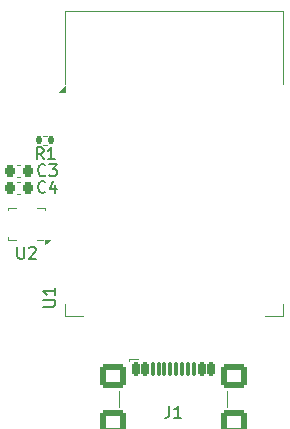
<source format=gbr>
%TF.GenerationSoftware,KiCad,Pcbnew,8.0.8-8.0.8-0~ubuntu24.04.1*%
%TF.CreationDate,2025-07-30T22:16:22-04:00*%
%TF.ProjectId,electronics,656c6563-7472-46f6-9e69-63732e6b6963,rev?*%
%TF.SameCoordinates,Original*%
%TF.FileFunction,Legend,Top*%
%TF.FilePolarity,Positive*%
%FSLAX46Y46*%
G04 Gerber Fmt 4.6, Leading zero omitted, Abs format (unit mm)*
G04 Created by KiCad (PCBNEW 8.0.8-8.0.8-0~ubuntu24.04.1) date 2025-07-30 22:16:22*
%MOMM*%
%LPD*%
G01*
G04 APERTURE LIST*
G04 Aperture macros list*
%AMRoundRect*
0 Rectangle with rounded corners*
0 $1 Rounding radius*
0 $2 $3 $4 $5 $6 $7 $8 $9 X,Y pos of 4 corners*
0 Add a 4 corners polygon primitive as box body*
4,1,4,$2,$3,$4,$5,$6,$7,$8,$9,$2,$3,0*
0 Add four circle primitives for the rounded corners*
1,1,$1+$1,$2,$3*
1,1,$1+$1,$4,$5*
1,1,$1+$1,$6,$7*
1,1,$1+$1,$8,$9*
0 Add four rect primitives between the rounded corners*
20,1,$1+$1,$2,$3,$4,$5,0*
20,1,$1+$1,$4,$5,$6,$7,0*
20,1,$1+$1,$6,$7,$8,$9,0*
20,1,$1+$1,$8,$9,$2,$3,0*%
G04 Aperture macros list end*
%ADD10C,0.150000*%
%ADD11C,0.100000*%
%ADD12C,0.120000*%
%ADD13R,0.675000X0.250000*%
%ADD14R,0.250000X0.675000*%
%ADD15RoundRect,0.225000X0.225000X0.250000X-0.225000X0.250000X-0.225000X-0.250000X0.225000X-0.250000X0*%
%ADD16RoundRect,0.135000X-0.135000X-0.185000X0.135000X-0.185000X0.135000X0.185000X-0.135000X0.185000X0*%
%ADD17C,0.650000*%
%ADD18RoundRect,0.150000X-0.150000X-0.425000X0.150000X-0.425000X0.150000X0.425000X-0.150000X0.425000X0*%
%ADD19RoundRect,0.075000X-0.075000X-0.500000X0.075000X-0.500000X0.075000X0.500000X-0.075000X0.500000X0*%
%ADD20RoundRect,0.250000X-0.840000X-0.750000X0.840000X-0.750000X0.840000X0.750000X-0.840000X0.750000X0*%
%ADD21R,1.500000X0.900000*%
%ADD22R,0.900000X1.500000*%
%ADD23C,0.600000*%
%ADD24R,3.900000X3.900000*%
%ADD25RoundRect,0.225000X-0.225000X-0.250000X0.225000X-0.250000X0.225000X0.250000X-0.225000X0.250000X0*%
%ADD26RoundRect,0.250000X0.625000X-0.350000X0.625000X0.350000X-0.625000X0.350000X-0.625000X-0.350000X0*%
%ADD27O,1.750000X1.200000*%
G04 APERTURE END LIST*
D10*
X129768095Y-91677319D02*
X129768095Y-92486842D01*
X129768095Y-92486842D02*
X129815714Y-92582080D01*
X129815714Y-92582080D02*
X129863333Y-92629700D01*
X129863333Y-92629700D02*
X129958571Y-92677319D01*
X129958571Y-92677319D02*
X130149047Y-92677319D01*
X130149047Y-92677319D02*
X130244285Y-92629700D01*
X130244285Y-92629700D02*
X130291904Y-92582080D01*
X130291904Y-92582080D02*
X130339523Y-92486842D01*
X130339523Y-92486842D02*
X130339523Y-91677319D01*
X130768095Y-91772557D02*
X130815714Y-91724938D01*
X130815714Y-91724938D02*
X130910952Y-91677319D01*
X130910952Y-91677319D02*
X131149047Y-91677319D01*
X131149047Y-91677319D02*
X131244285Y-91724938D01*
X131244285Y-91724938D02*
X131291904Y-91772557D01*
X131291904Y-91772557D02*
X131339523Y-91867795D01*
X131339523Y-91867795D02*
X131339523Y-91963033D01*
X131339523Y-91963033D02*
X131291904Y-92105890D01*
X131291904Y-92105890D02*
X130720476Y-92677319D01*
X130720476Y-92677319D02*
X131339523Y-92677319D01*
X132133333Y-87019580D02*
X132085714Y-87067200D01*
X132085714Y-87067200D02*
X131942857Y-87114819D01*
X131942857Y-87114819D02*
X131847619Y-87114819D01*
X131847619Y-87114819D02*
X131704762Y-87067200D01*
X131704762Y-87067200D02*
X131609524Y-86971961D01*
X131609524Y-86971961D02*
X131561905Y-86876723D01*
X131561905Y-86876723D02*
X131514286Y-86686247D01*
X131514286Y-86686247D02*
X131514286Y-86543390D01*
X131514286Y-86543390D02*
X131561905Y-86352914D01*
X131561905Y-86352914D02*
X131609524Y-86257676D01*
X131609524Y-86257676D02*
X131704762Y-86162438D01*
X131704762Y-86162438D02*
X131847619Y-86114819D01*
X131847619Y-86114819D02*
X131942857Y-86114819D01*
X131942857Y-86114819D02*
X132085714Y-86162438D01*
X132085714Y-86162438D02*
X132133333Y-86210057D01*
X132990476Y-86448152D02*
X132990476Y-87114819D01*
X132752381Y-86067200D02*
X132514286Y-86781485D01*
X132514286Y-86781485D02*
X133133333Y-86781485D01*
X131983333Y-84254819D02*
X131650000Y-83778628D01*
X131411905Y-84254819D02*
X131411905Y-83254819D01*
X131411905Y-83254819D02*
X131792857Y-83254819D01*
X131792857Y-83254819D02*
X131888095Y-83302438D01*
X131888095Y-83302438D02*
X131935714Y-83350057D01*
X131935714Y-83350057D02*
X131983333Y-83445295D01*
X131983333Y-83445295D02*
X131983333Y-83588152D01*
X131983333Y-83588152D02*
X131935714Y-83683390D01*
X131935714Y-83683390D02*
X131888095Y-83731009D01*
X131888095Y-83731009D02*
X131792857Y-83778628D01*
X131792857Y-83778628D02*
X131411905Y-83778628D01*
X132935714Y-84254819D02*
X132364286Y-84254819D01*
X132650000Y-84254819D02*
X132650000Y-83254819D01*
X132650000Y-83254819D02*
X132554762Y-83397676D01*
X132554762Y-83397676D02*
X132459524Y-83492914D01*
X132459524Y-83492914D02*
X132364286Y-83540533D01*
X142636666Y-105154819D02*
X142636666Y-105869104D01*
X142636666Y-105869104D02*
X142589047Y-106011961D01*
X142589047Y-106011961D02*
X142493809Y-106107200D01*
X142493809Y-106107200D02*
X142350952Y-106154819D01*
X142350952Y-106154819D02*
X142255714Y-106154819D01*
X143636666Y-106154819D02*
X143065238Y-106154819D01*
X143350952Y-106154819D02*
X143350952Y-105154819D01*
X143350952Y-105154819D02*
X143255714Y-105297676D01*
X143255714Y-105297676D02*
X143160476Y-105392914D01*
X143160476Y-105392914D02*
X143065238Y-105440533D01*
X131974819Y-96731904D02*
X132784342Y-96731904D01*
X132784342Y-96731904D02*
X132879580Y-96684285D01*
X132879580Y-96684285D02*
X132927200Y-96636666D01*
X132927200Y-96636666D02*
X132974819Y-96541428D01*
X132974819Y-96541428D02*
X132974819Y-96350952D01*
X132974819Y-96350952D02*
X132927200Y-96255714D01*
X132927200Y-96255714D02*
X132879580Y-96208095D01*
X132879580Y-96208095D02*
X132784342Y-96160476D01*
X132784342Y-96160476D02*
X131974819Y-96160476D01*
X132974819Y-95160476D02*
X132974819Y-95731904D01*
X132974819Y-95446190D02*
X131974819Y-95446190D01*
X131974819Y-95446190D02*
X132117676Y-95541428D01*
X132117676Y-95541428D02*
X132212914Y-95636666D01*
X132212914Y-95636666D02*
X132260533Y-95731904D01*
X132128333Y-85589580D02*
X132080714Y-85637200D01*
X132080714Y-85637200D02*
X131937857Y-85684819D01*
X131937857Y-85684819D02*
X131842619Y-85684819D01*
X131842619Y-85684819D02*
X131699762Y-85637200D01*
X131699762Y-85637200D02*
X131604524Y-85541961D01*
X131604524Y-85541961D02*
X131556905Y-85446723D01*
X131556905Y-85446723D02*
X131509286Y-85256247D01*
X131509286Y-85256247D02*
X131509286Y-85113390D01*
X131509286Y-85113390D02*
X131556905Y-84922914D01*
X131556905Y-84922914D02*
X131604524Y-84827676D01*
X131604524Y-84827676D02*
X131699762Y-84732438D01*
X131699762Y-84732438D02*
X131842619Y-84684819D01*
X131842619Y-84684819D02*
X131937857Y-84684819D01*
X131937857Y-84684819D02*
X132080714Y-84732438D01*
X132080714Y-84732438D02*
X132128333Y-84780057D01*
X132461667Y-84684819D02*
X133080714Y-84684819D01*
X133080714Y-84684819D02*
X132747381Y-85065771D01*
X132747381Y-85065771D02*
X132890238Y-85065771D01*
X132890238Y-85065771D02*
X132985476Y-85113390D01*
X132985476Y-85113390D02*
X133033095Y-85161009D01*
X133033095Y-85161009D02*
X133080714Y-85256247D01*
X133080714Y-85256247D02*
X133080714Y-85494342D01*
X133080714Y-85494342D02*
X133033095Y-85589580D01*
X133033095Y-85589580D02*
X132985476Y-85637200D01*
X132985476Y-85637200D02*
X132890238Y-85684819D01*
X132890238Y-85684819D02*
X132604524Y-85684819D01*
X132604524Y-85684819D02*
X132509286Y-85637200D01*
X132509286Y-85637200D02*
X132461667Y-85589580D01*
D11*
%TO.C,U2*%
X128930000Y-88372500D02*
X129650000Y-88372500D01*
X128930000Y-88592500D02*
X128930000Y-88372500D01*
X128930000Y-91072500D02*
X128930000Y-90852500D01*
X129650000Y-91072500D02*
X128930000Y-91072500D01*
X131930000Y-91072500D02*
X131410000Y-91072500D01*
X132130000Y-88372500D02*
X131410000Y-88372500D01*
X132130000Y-88372500D02*
X132130000Y-88592500D01*
X132130000Y-91432500D02*
X132130000Y-91072500D01*
X132490000Y-91072500D01*
X132130000Y-91432500D01*
G36*
X132130000Y-91432500D02*
G01*
X132130000Y-91072500D01*
X132490000Y-91072500D01*
X132130000Y-91432500D01*
G37*
D12*
%TO.C,C4*%
X130015580Y-86220000D02*
X129734420Y-86220000D01*
X130015580Y-87240000D02*
X129734420Y-87240000D01*
%TO.C,R1*%
X131966359Y-82250000D02*
X132273641Y-82250000D01*
X131966359Y-83010000D02*
X132273641Y-83010000D01*
%TO.C,J1*%
X138390000Y-105265000D02*
X138390000Y-103855000D01*
X139210000Y-101185000D02*
X139210000Y-101335000D01*
X140010000Y-101185000D02*
X139210000Y-101185000D01*
X147550000Y-105265000D02*
X147550000Y-103855000D01*
%TO.C,U1*%
X133820000Y-71670000D02*
X133820000Y-77870000D01*
X133820000Y-71670000D02*
X152220000Y-71670000D01*
X133820000Y-96520000D02*
X133820000Y-97520000D01*
X133820000Y-97520000D02*
X135320000Y-97520000D01*
X152220000Y-71670000D02*
X152220000Y-77870000D01*
X152220000Y-97520000D02*
X150720000Y-97520000D01*
X152220000Y-97520000D02*
X152220000Y-96520000D01*
X133820000Y-78545000D02*
X133320000Y-78545000D01*
X133820000Y-78045000D01*
X133820000Y-78545000D01*
G36*
X133820000Y-78545000D02*
G01*
X133320000Y-78545000D01*
X133820000Y-78045000D01*
X133820000Y-78545000D01*
G37*
%TO.C,C3*%
X129734420Y-84710000D02*
X130015580Y-84710000D01*
X129734420Y-85730000D02*
X130015580Y-85730000D01*
%TD*%
%LPC*%
D13*
%TO.C,U2*%
X131792500Y-90472500D03*
X131792500Y-89972500D03*
X131792500Y-89472500D03*
X131792500Y-88972500D03*
D14*
X131030000Y-88710000D03*
X130530000Y-88710000D03*
X130030000Y-88710000D03*
D13*
X129267500Y-88972500D03*
X129267500Y-89472500D03*
X129267500Y-89972500D03*
X129267500Y-90472500D03*
D14*
X130030000Y-90735000D03*
X130530000Y-90735000D03*
X131030000Y-90735000D03*
%TD*%
D15*
%TO.C,C4*%
X130650000Y-86730000D03*
X129100000Y-86730000D03*
%TD*%
D16*
%TO.C,R1*%
X131610000Y-82630000D03*
X132630000Y-82630000D03*
%TD*%
D17*
%TO.C,J1*%
X140080000Y-103095000D03*
X145860000Y-103095000D03*
D18*
X139770000Y-102020000D03*
X140570000Y-102020000D03*
D19*
X141720000Y-102020000D03*
X142720000Y-102020000D03*
X143220000Y-102020000D03*
X144220000Y-102020000D03*
D18*
X145370000Y-102020000D03*
X146170000Y-102020000D03*
X146170000Y-102020000D03*
X145370000Y-102020000D03*
D19*
X144720000Y-102020000D03*
X143720000Y-102020000D03*
X142220000Y-102020000D03*
X141220000Y-102020000D03*
D18*
X140570000Y-102020000D03*
X139770000Y-102020000D03*
D20*
X137860000Y-102595000D03*
X137860000Y-106525000D03*
X148080000Y-102595000D03*
X148080000Y-106525000D03*
%TD*%
D21*
%TO.C,U1*%
X134270000Y-79310000D03*
X134270000Y-80580000D03*
X134270000Y-81850000D03*
X134270000Y-83120000D03*
X134270000Y-84390000D03*
X134270000Y-85660000D03*
X134270000Y-86930000D03*
X134270000Y-88200000D03*
X134270000Y-89470000D03*
X134270000Y-90740000D03*
X134270000Y-92010000D03*
X134270000Y-93280000D03*
X134270000Y-94550000D03*
X134270000Y-95820000D03*
D22*
X136035000Y-97070000D03*
X137305000Y-97070000D03*
X138575000Y-97070000D03*
X139845000Y-97070000D03*
X141115000Y-97070000D03*
X142385000Y-97070000D03*
X143655000Y-97070000D03*
X144925000Y-97070000D03*
X146195000Y-97070000D03*
X147465000Y-97070000D03*
X148735000Y-97070000D03*
X150005000Y-97070000D03*
D21*
X151770000Y-95820000D03*
X151770000Y-94550000D03*
X151770000Y-93280000D03*
X151770000Y-92010000D03*
X151770000Y-90740000D03*
X151770000Y-89470000D03*
X151770000Y-88200000D03*
X151770000Y-86930000D03*
X151770000Y-85660000D03*
X151770000Y-84390000D03*
X151770000Y-83120000D03*
X151770000Y-81850000D03*
X151770000Y-80580000D03*
X151770000Y-79310000D03*
D23*
X140120000Y-86330000D03*
X140120000Y-87730000D03*
X140820000Y-85630000D03*
X140820000Y-87030000D03*
X140820000Y-88430000D03*
X141520000Y-86330000D03*
D24*
X141520000Y-87030000D03*
D23*
X141520000Y-87730000D03*
X142220000Y-85630000D03*
X142220000Y-87030000D03*
X142220000Y-88430000D03*
X142920000Y-86330000D03*
X142920000Y-87730000D03*
%TD*%
D25*
%TO.C,C3*%
X129100000Y-85220000D03*
X130650000Y-85220000D03*
%TD*%
D26*
%TO.C,BT1*%
X156750000Y-94160000D03*
D27*
X156750000Y-92160000D03*
%TD*%
%LPD*%
M02*

</source>
